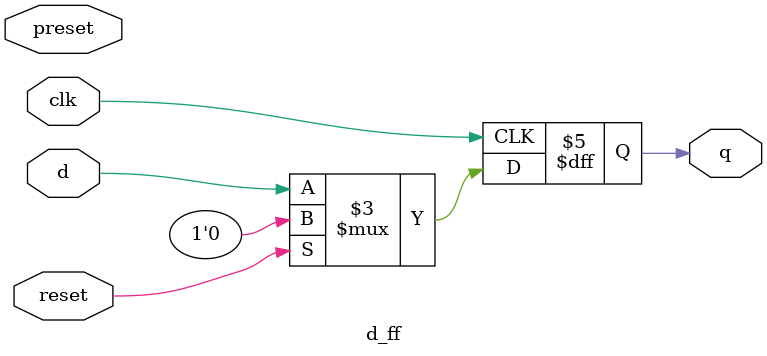
<source format=v>
module d_ff(
  input clk,reset,preset,d,
  output reg q
  );
  
always @(posedge clk)
begin
  if(reset)
	q<=0;
  else
	q<=d;
end
endmodule


</source>
